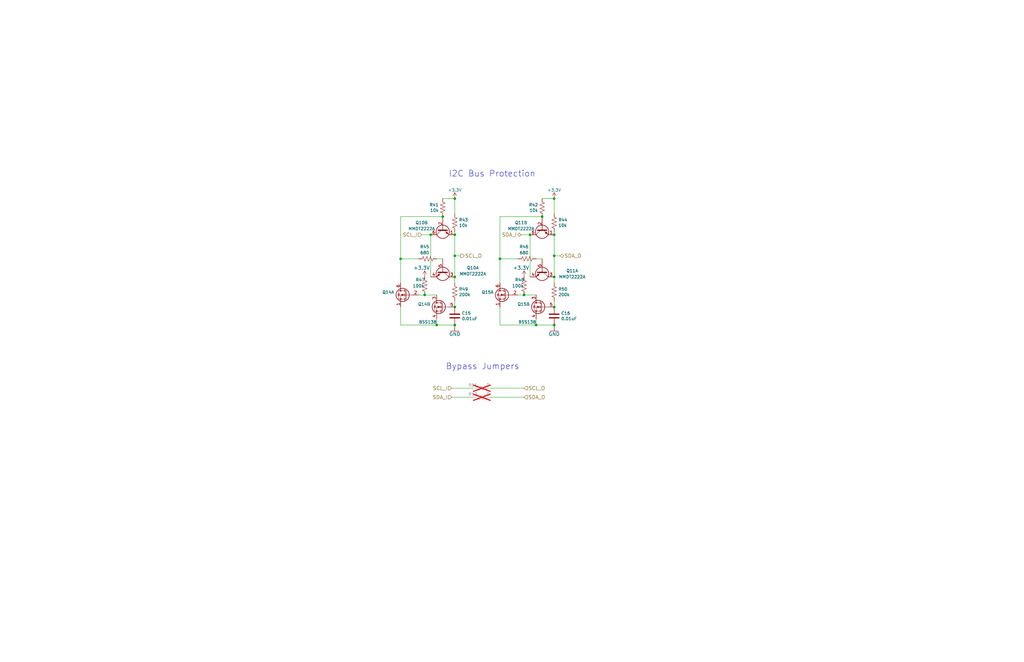
<source format=kicad_sch>
(kicad_sch (version 20230121) (generator eeschema)
  (paper "B")
  (title_block (title "Foras Promineo Payload Interface") (rev "B") (comment 1 "CH") (comment 2 "CH"))
  (lib_symbols
    (symbol "Device:C" (pin_numbers hide) (pin_names (offset 0.254))
      (property "Reference" "C" (at 0.635 2.54 0))
      (property "Value" "C" (at 0.635 -2.54 0))
      (symbol "C_0_1"
        (polyline (pts (xy -2.032 -0.762) (xy 2.032 -0.762)) (stroke (width 0.508)))
        (polyline (pts (xy -2.032 0.762) (xy 2.032 0.762)) (stroke (width 0.508)))
      )
      (symbol "C_1_1"
        (pin passive line (at 0 3.81 270) (length 2.794) (name "~") (number "1"))
        (pin passive line (at 0 -3.81 90) (length 2.794) (name "~") (number "2"))
      )
    )
    (symbol "Device:R_US" (pin_numbers hide) (pin_names (offset 0))
      (property "Reference" "R" (at 2.54 0 90))
      (property "Value" "R_US" (at -2.54 0 90))
      (symbol "R_US_0_1"
        (polyline (pts (xy 0 -2.286) (xy 0 -2.54)))
        (polyline (pts (xy 0 2.286) (xy 0 2.54)))
        (polyline (pts (xy 0 -0.762) (xy 1.016 -1.143) (xy 0 -1.524) (xy -1.016 -1.905) (xy 0 -2.286)))
        (polyline (pts (xy 0 0.762) (xy 1.016 0.381) (xy 0 0) (xy -1.016 -0.381) (xy 0 -0.762)))
        (polyline (pts (xy 0 2.286) (xy 1.016 1.905) (xy 0 1.524) (xy -1.016 1.143) (xy 0 0.762)))
      )
      (symbol "R_US_1_1"
        (pin passive line (at 0 3.81 270) (length 1.27) (name "~") (number "1"))
        (pin passive line (at 0 -3.81 90) (length 1.27) (name "~") (number "2"))
      )
    )
    (symbol "SierraLobo:MMDT2222" (pin_names (offset 0) hide)
      (property "Reference" "Q" (at 5.08 1.905 0))
      (property "Value" "MMDT2222A" (at 5.08 0 0))
      (symbol "MMDT2222_0_1"
        (polyline (pts (xy 0.635 0.635) (xy 2.54 2.54)))
        (polyline (pts (xy 0.635 -0.635) (xy 2.54 -2.54) (xy 2.54 -2.54)))
        (polyline (pts (xy 0.635 1.905) (xy 0.635 -1.905) (xy 0.635 -1.905)) (stroke (width 0.508)))
        (polyline (pts (xy 1.27 -1.778) (xy 1.778 -1.27) (xy 2.286 -2.286) (xy 1.27 -1.778) (xy 1.27 -1.778)) (fill (type outline)))
        (circle (center 1.27 0) (radius 2.8194) (stroke (width 0.254)))
      )
      (symbol "MMDT2222_1_1"
        (pin passive line (at 2.54 5.08 270) (length 2.54) (name "C1") (number "3"))
        (pin passive line (at 2.54 -5.08 90) (length 2.54) (name "E1") (number "4"))
        (pin input line (at -5.08 0 0) (length 5.715) (name "B1") (number "5"))
      )
      (symbol "MMDT2222_2_1"
        (pin passive line (at 2.54 -5.08 90) (length 2.54) (name "E2") (number "1"))
        (pin input line (at -5.08 0 0) (length 5.715) (name "B2") (number "2"))
        (pin passive line (at 2.54 5.08 270) (length 2.54) (name "C2") (number "6"))
      )
    )
    (symbol "mainboard:BSS138DWQ-7" (pin_names (offset 0.762) hide)
      (property "Reference" "Q" (at -2.54 5.08 0))
      (property "Value" "BSS138DWQ-7" (at 3.81 6.35 0))
      (symbol "BSS138DWQ-7_1_1"
        (polyline (pts (xy -1.016 0) (xy -3.81 0)))
        (polyline (pts (xy -1.016 1.905) (xy -1.016 -1.905)) (stroke (width 0.254)))
        (polyline (pts (xy -0.508 -1.27) (xy -0.508 -2.286)) (stroke (width 0.254)))
        (polyline (pts (xy -0.508 0.508) (xy -0.508 -0.508)) (stroke (width 0.254)))
        (polyline (pts (xy -0.508 2.286) (xy -0.508 1.27)) (stroke (width 0.254)))
        (polyline (pts (xy 1.27 2.54) (xy 1.27 1.778)))
        (polyline (pts (xy 1.27 -2.54) (xy 1.27 0) (xy -0.508 0)))
        (polyline (pts (xy -0.508 -1.778) (xy 2.032 -1.778) (xy 2.032 1.778) (xy -0.508 1.778)))
        (polyline (pts (xy -0.254 0) (xy 0.762 0.381) (xy 0.762 -0.381) (xy -0.254 0)) (fill (type outline)))
        (polyline (pts (xy 1.524 0.508) (xy 1.651 0.381) (xy 2.413 0.381) (xy 2.54 0.254)))
        (polyline (pts (xy 2.032 0.381) (xy 1.651 -0.254) (xy 2.413 -0.254) (xy 2.032 0.381)))
        (circle (center 0.381 0) (radius 2.794) (stroke (width 0.254)))
        (circle (center 1.27 -1.778) (radius 0.254) (fill (type outline)))
        (circle (center 1.27 1.778) (radius 0.254) (fill (type outline)))
        (pin passive line (at 1.27 -5.08 90) (length 2.54) (name "S2") (number "1"))
        (pin input line (at -6.35 0 0) (length 2.54) (name "G2") (number "2"))
        (pin passive line (at 1.27 5.08 270) (length 2.54) (name "D1") (number "6"))
      )
      (symbol "BSS138DWQ-7_2_1"
        (polyline (pts (xy -1.016 0) (xy -3.81 0)))
        (polyline (pts (xy -1.016 1.905) (xy -1.016 -1.905)) (stroke (width 0.254)))
        (polyline (pts (xy -0.508 -1.27) (xy -0.508 -2.286)) (stroke (width 0.254)))
        (polyline (pts (xy -0.508 0.508) (xy -0.508 -0.508)) (stroke (width 0.254)))
        (polyline (pts (xy -0.508 2.286) (xy -0.508 1.27)) (stroke (width 0.254)))
        (polyline (pts (xy 1.27 2.54) (xy 1.27 1.778)))
        (polyline (pts (xy 1.27 -2.54) (xy 1.27 0) (xy -0.508 0)))
        (polyline (pts (xy -0.508 -1.778) (xy 2.032 -1.778) (xy 2.032 1.778) (xy -0.508 1.778)))
        (polyline (pts (xy -0.254 0) (xy 0.762 0.381) (xy 0.762 -0.381) (xy -0.254 0)) (fill (type outline)))
        (polyline (pts (xy 1.524 0.508) (xy 1.651 0.381) (xy 2.413 0.381) (xy 2.54 0.254)))
        (polyline (pts (xy 2.032 0.381) (xy 1.651 -0.254) (xy 2.413 -0.254) (xy 2.032 0.381)))
        (circle (center 0.381 0) (radius 2.794) (stroke (width 0.254)))
        (circle (center 1.27 -1.778) (radius 0.254) (fill (type outline)))
        (circle (center 1.27 1.778) (radius 0.254) (fill (type outline)))
        (pin passive line (at 1.27 5.08 270) (length 2.54) (name "D2") (number "3"))
        (pin passive line (at 1.27 -5.08 90) (length 2.54) (name "S1") (number "4"))
        (pin input line (at -6.35 0 0) (length 2.54) (name "G1") (number "5"))
      )
    )
    (symbol "mainboard:GND" (power) (pin_names (offset 1.016))
      (property "Value" "GND" (at -2.54 -2.54 0))
      (symbol "GND_1_0"
        (polyline (pts (xy -1.905 0) (xy 1.905 0)))
        (pin power_in line (at 0 2.54 270) (length 2.54) (name "GND") (number "1"))
      )
    )
    (symbol "power:+3.3V" (power) (pin_names (offset 0))
      (property "Value" "+3.3V" (at 0 3.556 0))
      (symbol "+3.3V_0_1"
        (polyline (pts (xy -0.762 1.27) (xy 0 2.54)))
        (polyline (pts (xy 0 0) (xy 0 2.54)))
        (polyline (pts (xy 0 2.54) (xy 0.762 1.27)))
      )
      (symbol "+3.3V_1_1"
        (pin power_in line (at 0 0 90) (length 0) hide (name "+3.3V") (number "1"))
      )
    )
  )
  (junction (at 181.61 99.06))
  (junction (at 233.68 137.16))
  (junction (at 179.07 124.46))
  (junction (at 191.77 129.54))
  (junction (at 210.82 109.22))
  (junction (at 191.77 83.82))
  (junction (at 233.68 99.06))
  (junction (at 233.68 107.95))
  (junction (at 228.6 91.44))
  (junction (at 233.68 129.54))
  (junction (at 168.91 109.22))
  (junction (at 186.69 91.44))
  (junction (at 191.77 107.95))
  (junction (at 184.15 137.16))
  (junction (at 233.68 83.82))
  (junction (at 223.52 99.06))
  (junction (at 226.06 137.16))
  (junction (at 191.77 116.84))
  (junction (at 233.68 116.84))
  (junction (at 191.77 137.16))
  (junction (at 191.77 99.06))
  (junction (at 220.98 124.46))
  (wire (pts (xy 207.01 163.83) (xy 220.98 163.83)))
  (wire (pts (xy 191.77 119.38) (xy 191.77 116.84)))
  (wire (pts (xy 184.15 137.16) (xy 191.77 137.16)))
  (wire (pts (xy 210.82 109.22) (xy 218.44 109.22)))
  (wire (pts (xy 220.98 124.46) (xy 218.44 124.46)))
  (wire (pts (xy 191.77 97.79) (xy 191.77 99.06)))
  (wire (pts (xy 210.82 91.44) (xy 228.6 91.44)))
  (wire (pts (xy 233.68 107.95) (xy 233.68 116.84)))
  (wire (pts (xy 210.82 109.22) (xy 210.82 91.44)))
  (wire (pts (xy 233.68 97.79) (xy 233.68 99.06)))
  (wire (pts (xy 210.82 119.38) (xy 210.82 109.22)))
  (wire (pts (xy 184.15 124.46) (xy 179.07 124.46)))
  (wire (pts (xy 223.52 99.06) (xy 223.52 116.84)))
  (wire (pts (xy 236.22 107.95) (xy 233.68 107.95)))
  (wire (pts (xy 168.91 109.22) (xy 176.53 109.22)))
  (wire (pts (xy 191.77 116.84) (xy 191.77 107.95)))
  (wire (pts (xy 210.82 137.16) (xy 226.06 137.16)))
  (wire (pts (xy 181.61 99.06) (xy 181.61 116.84)))
  (wire (pts (xy 168.91 137.16) (xy 184.15 137.16)))
  (wire (pts (xy 191.77 107.95) (xy 191.77 99.06)))
  (wire (pts (xy 219.71 99.06) (xy 223.52 99.06)))
  (wire (pts (xy 194.31 107.95) (xy 191.77 107.95)))
  (wire (pts (xy 179.07 124.46) (xy 176.53 124.46)))
  (wire (pts (xy 228.6 109.22) (xy 226.06 109.22)))
  (wire (pts (xy 233.68 83.82) (xy 233.68 90.17)))
  (wire (pts (xy 168.91 91.44) (xy 186.69 91.44)))
  (wire (pts (xy 190.5 163.83) (xy 199.39 163.83)))
  (wire (pts (xy 168.91 109.22) (xy 168.91 91.44)))
  (wire (pts (xy 191.77 127) (xy 191.77 129.54)))
  (wire (pts (xy 168.91 119.38) (xy 168.91 109.22)))
  (wire (pts (xy 207.01 167.64) (xy 220.98 167.64)))
  (wire (pts (xy 168.91 129.54) (xy 168.91 137.16)))
  (wire (pts (xy 226.06 137.16) (xy 233.68 137.16)))
  (wire (pts (xy 186.69 109.22) (xy 184.15 109.22)))
  (wire (pts (xy 191.77 83.82) (xy 186.69 83.82)))
  (wire (pts (xy 233.68 83.82) (xy 228.6 83.82)))
  (wire (pts (xy 226.06 124.46) (xy 220.98 124.46)))
  (wire (pts (xy 210.82 129.54) (xy 210.82 137.16)))
  (wire (pts (xy 233.68 116.84) (xy 233.68 119.38)))
  (wire (pts (xy 233.68 127) (xy 233.68 129.54)))
  (wire (pts (xy 233.68 99.06) (xy 233.68 107.95)))
  (wire (pts (xy 191.77 90.17) (xy 191.77 83.82)))
  (wire (pts (xy 177.8 99.06) (xy 181.61 99.06)))
  (wire (pts (xy 190.5 167.64) (xy 199.39 167.64)))
  (wire (pts (xy 226.06 134.62) (xy 226.06 137.16)))
  (wire (pts (xy 184.15 134.62) (xy 184.15 137.16)))
  (text "Bypass Jumpers" (at 187.96 156.21 0) (effects (font (size 2.54 2.54)) (justify left bottom)))
  (text "I2C Bus Protection" (at 189.23 74.93 0) (effects (font (size 2.54 2.54)) (justify left bottom)))
  (hierarchical_label "SCL_I" (shape input) (at 177.8 99.06 180) (effects (font (size 1.524 1.524))))
  (hierarchical_label "SDA_O" (shape bidirectional) (at 236.22 107.95 0) (effects (font (size 1.524 1.524))))
  (hierarchical_label "SDA_I" (shape input) (at 190.5 167.64 180) (effects (font (size 1.524 1.524))))
  (hierarchical_label "SDA_O" (shape input) (at 220.98 167.64 0) (effects (font (size 1.524 1.524))))
  (hierarchical_label "SCL_O" (shape output) (at 194.31 107.95 0) (effects (font (size 1.524 1.524))))
  (hierarchical_label "SCL_O" (shape input) (at 220.98 163.83 0) (effects (font (size 1.524 1.524))))
  (hierarchical_label "SCL_I" (shape input) (at 190.5 163.83 180) (effects (font (size 1.524 1.524))))
  (hierarchical_label "SDA_I" (shape bidirectional) (at 219.71 99.06 180) (effects (font (size 1.524 1.524))))
  (symbol (lib_id "Device:R_US") (at 233.68 93.98 0) (unit 1)
    (property "Reference" "R44" (at 235.4072 92.8116 0) (effects (justify left)))
    (property "Value" "10k" (at 235.4072 95.123 0) (effects (justify left)))
    (property "Footprint" "Resistor_SMD:R_0603_1608Metric" (effects hide))
    (property "Datasheet" "https://www.seielect.com/Catalog/SEI-RMCF_RMCP.pdf" (effects hide))
    (property "Description" "RES 10K OHM 1% 1/10W 0603" (effects hide))
    (property "Manufacturer" "Stackpole Electronics Inc" (effects hide))
    (property "Mfr. Part No" "RMCF0603FT10K0" (effects hide))
  )
  (symbol (lib_id "mainboard:BSS138DWQ-7") (at 227.33 129.54 0) (mirror y) (unit 2)
    (property "Reference" "Q15" (at 223.393 128.3716 0) (effects (justify left)))
    (property "Value" "BSS138" (effects hide))
    (property "Footprint" "Package_TO_SOT_SMD:SOT-363_SC-70-6" (effects hide))
    (property "Datasheet" "https://www.diodes.com/assets/Datasheets/BSS138DWQ.pdf" (effects hide))
    (property "Description" "MOSFET 2NCH 50V 200MA SOT363" (effects hide))
    (property "Manufacturer" "Diodes Incorporated" (effects hide))
    (property "Mfr. Part No" "BSS138DWQ-7" (effects hide))
  )
  (symbol (lib_id "SierraLobo:MMDT2222") (at 228.6 114.3 270) (unit 1)
    (property "Reference" "Q11" (at 241.3 114.3 90))
    (property "Value" "MMDT2222A" (at 241.3 116.84 90))
    (property "Footprint" "Package_TO_SOT_SMD:SOT-363_SC-70-6" (effects hide))
    (property "Datasheet" "https://www.diodes.com/assets/Datasheets/ds30125.pdf" (effects hide))
    (property "Manufacturer" "Diodes Incorporated" (effects hide))
    (property "Mfr. Part No" "MMDT2222A-7-F" (effects hide))
    (property "Description" "TRANS 2NPN 40V 0.6A SOT363" (effects hide))
  )
  (symbol (lib_id "Device:C") (at 191.77 133.35 0) (unit 1)
    (property "Reference" "C15" (at 194.691 132.1816 0) (effects (justify left)))
    (property "Value" "0.01uF" (at 194.691 134.493 0) (effects (justify left)))
    (property "Footprint" "Capacitor_SMD:C_0603_1608Metric" (effects hide))
    (property "Datasheet" "https://product.tdk.com/en/system/files?file=dam/doc/product/capacitor/ceramic/mlcc/catalog/mlcc_automotive_soft_en.pdf" (effects hide))
    (property "Description" "CAP CER 10000PF 50V X7R 0603" (effects hide))
    (property "Manufacturer" "TDK Corporation" (effects hide))
    (property "Mfr. Part No" "CGA3E2X7R1H103K080AE" (effects hide))
  )
  (symbol (lib_id "SierraLobo:MMDT2222") (at 228.6 96.52 90) (mirror x) (unit 2)
    (property "Reference" "Q11" (at 219.71 93.98 90))
    (property "Value" "MMDT2222A" (at 219.71 96.52 90))
    (property "Footprint" "Package_TO_SOT_SMD:SOT-363_SC-70-6" (effects hide))
    (property "Datasheet" "https://www.diodes.com/assets/Datasheets/ds30125.pdf" (effects hide))
    (property "Manufacturer" "Diodes Incorporated" (effects hide))
    (property "Mfr. Part No" "MMDT2222A-7-F" (effects hide))
    (property "Description" "TRANS 2NPN 40V 0.6A SOT363" (effects hide))
  )
  (symbol (lib_id "SierraLobo:MMDT2222") (at 186.69 114.3 270) (unit 1)
    (property "Reference" "Q10" (at 199.39 113.03 90))
    (property "Value" "MMDT2222A" (at 199.39 115.57 90))
    (property "Footprint" "Package_TO_SOT_SMD:SOT-363_SC-70-6" (effects hide))
    (property "Datasheet" "https://www.diodes.com/assets/Datasheets/ds30125.pdf" (effects hide))
    (property "Manufacturer" "Diodes Incorporated" (effects hide))
    (property "Mfr. Part No" "MMDT2222A-7-F" (effects hide))
    (property "Description" "TRANS 2NPN 40V 0.6A SOT363" (effects hide))
  )
  (symbol (lib_id "Device:R_US") (at 180.34 109.22 270) (unit 1)
    (property "Reference" "R45" (at 179.07 104.14 90))
    (property "Value" "680" (at 179.07 106.68 90))
    (property "Footprint" "Resistor_SMD:R_0603_1608Metric" (effects hide))
    (property "Datasheet" "https://www.seielect.com/Catalog/SEI-RMCF_RMCP.pdf" (effects hide))
    (property "Description" "RES 680 OHM 1% 1/10W 0603" (effects hide))
    (property "Manufacturer" "Stackpole Electronics Inc" (effects hide))
    (property "Mfr. Part No" "RMCF0603FT680R" (effects hide))
  )
  (symbol (lib_id "Device:R_US") (at 191.77 93.98 0) (unit 1)
    (property "Reference" "R43" (at 193.4972 92.8116 0) (effects (justify left)))
    (property "Value" "10k" (at 193.4972 95.123 0) (effects (justify left)))
    (property "Footprint" "Resistor_SMD:R_0603_1608Metric" (effects hide))
    (property "Datasheet" "https://www.seielect.com/Catalog/SEI-RMCF_RMCP.pdf" (effects hide))
    (property "Description" "RES 10K OHM 1% 1/10W 0603" (effects hide))
    (property "Manufacturer" "Stackpole Electronics Inc" (effects hide))
    (property "Mfr. Part No" "RMCF0603FT10K0" (effects hide))
  )
  (symbol (lib_id "Device:R_US") (at 191.77 123.19 0) (unit 1)
    (property "Reference" "R49" (at 193.4972 122.0216 0) (effects (justify left)))
    (property "Value" "200k" (at 193.4972 124.333 0) (effects (justify left)))
    (property "Footprint" "Resistor_SMD:R_0603_1608Metric" (effects hide))
    (property "Datasheet" "https://www.seielect.com/Catalog/SEI-RMCF_RMCP.pdf" (effects hide))
    (property "Description" "RES 200K OHM 1% 1/10W 0603" (effects hide))
    (property "Manufacturer" "Stackpole Electronics Inc" (effects hide))
    (property "Mfr. Part No" "RMCF0603FT200K" (effects hide))
  )
  (symbol (lib_id "Device:R_US") (at 186.69 87.63 0) (unit 1)
    (property "Reference" "R41" (at 184.9882 86.4616 0) (effects (justify right)))
    (property "Value" "10k" (at 184.9882 88.773 0) (effects (justify right)))
    (property "Footprint" "Resistor_SMD:R_0603_1608Metric" (effects hide))
    (property "Datasheet" "https://www.seielect.com/Catalog/SEI-RMCF_RMCP.pdf" (effects hide))
    (property "Description" "RES 10K OHM 1% 1/10W 0603" (effects hide))
    (property "Manufacturer" "Stackpole Electronics Inc" (effects hide))
    (property "Mfr. Part No" "RMCF0603FT10K0" (effects hide))
  )
  (symbol (lib_id "mainboard:BSS138DWQ-7") (at 185.42 129.54 0) (mirror y) (unit 2)
    (property "Reference" "Q14" (at 181.483 128.3716 0) (effects (justify left)))
    (property "Value" "BSS138" (effects hide))
    (property "Footprint" "Package_TO_SOT_SMD:SOT-363_SC-70-6" (effects hide))
    (property "Datasheet" "https://www.diodes.com/assets/Datasheets/BSS138DWQ.pdf" (effects hide))
    (property "Description" "MOSFET 2NCH 50V 200MA SOT363" (effects hide))
    (property "Manufacturer" "Diodes Incorporated" (effects hide))
    (property "Mfr. Part No" "BSS138DWQ-7" (effects hide))
  )
  (symbol (lib_id "mainboard:BSS138DWQ-7") (at 170.18 124.46 0) (mirror y) (unit 1)
    (property "Reference" "Q14" (at 166.243 123.2916 0) (effects (justify left)))
    (property "Value" "BSS138" (at 184.15 135.89 0) (effects (justify left)))
    (property "Footprint" "Package_TO_SOT_SMD:SOT-363_SC-70-6" (effects hide))
    (property "Datasheet" "https://www.diodes.com/assets/Datasheets/BSS138DWQ.pdf" (effects hide))
    (property "Description" "MOSFET 2NCH 50V 200MA SOT363" (effects hide))
    (property "Manufacturer" "Diodes Incorporated" (effects hide))
    (property "Mfr. Part No" "BSS138DWQ-7" (effects hide))
  )
  (symbol (lib_id "mainboard:BSS138DWQ-7") (at 212.09 124.46 0) (mirror y) (unit 1)
    (property "Reference" "Q15" (at 208.153 123.2916 0) (effects (justify left)))
    (property "Value" "BSS138" (at 226.06 135.89 0) (effects (justify left)))
    (property "Footprint" "Package_TO_SOT_SMD:SOT-363_SC-70-6" (effects hide))
    (property "Datasheet" "https://www.diodes.com/assets/Datasheets/BSS138DWQ.pdf" (effects hide))
    (property "Description" "MOSFET 2NCH 50V 200MA SOT363" (effects hide))
    (property "Manufacturer" "Diodes Incorporated" (effects hide))
    (property "Mfr. Part No" "BSS138DWQ-7" (effects hide))
  )
  (symbol (lib_id "Device:R_US") (at 228.6 87.63 0) (unit 1)
    (property "Reference" "R42" (at 226.8982 86.4616 0) (effects (justify right)))
    (property "Value" "10k" (at 226.8982 88.773 0) (effects (justify right)))
    (property "Footprint" "Resistor_SMD:R_0603_1608Metric" (effects hide))
    (property "Datasheet" "https://www.seielect.com/Catalog/SEI-RMCF_RMCP.pdf" (effects hide))
    (property "Description" "RES 10K OHM 1% 1/10W 0603" (effects hide))
    (property "Manufacturer" "Stackpole Electronics Inc" (effects hide))
    (property "Mfr. Part No" "RMCF0603FT10K0" (effects hide))
  )
  (symbol (lib_id "Device:R_US") (at 179.07 120.65 0) (unit 1)
    (property "Reference" "R47" (at 175.26 118.11 0) (effects (justify left)))
    (property "Value" "100k" (at 173.99 120.65 0) (effects (justify left)))
    (property "Footprint" "Resistor_SMD:R_0603_1608Metric" (effects hide))
    (property "Datasheet" "https://www.seielect.com/Catalog/SEI-RMCF_RMCP.pdf" (effects hide))
    (property "Description" "RES 100K OHM 1% 1/10W 0603" (effects hide))
    (property "Manufacturer" "Stackpole Electronics Inc" (effects hide))
    (property "Mfr. Part No" "RMCF0603FT100K" (effects hide))
  )
  (symbol (lib_id "Device:C") (at 233.68 133.35 0) (unit 1)
    (property "Reference" "C16" (at 236.601 132.1816 0) (effects (justify left)))
    (property "Value" "0.01uF" (at 236.601 134.493 0) (effects (justify left)))
    (property "Footprint" "Capacitor_SMD:C_0603_1608Metric" (effects hide))
    (property "Datasheet" "https://product.tdk.com/en/system/files?file=dam/doc/product/capacitor/ceramic/mlcc/catalog/mlcc_automotive_soft_en.pdf" (effects hide))
    (property "Description" "CAP CER 10000PF 50V X7R 0603" (effects hide))
    (property "Manufacturer" "TDK Corporation" (effects hide))
    (property "Mfr. Part No" "CGA3E2X7R1H103K080AE" (effects hide))
  )
  (symbol (lib_id "power:+3.3V") (at 220.98 116.84 0) (unit 1)
    (property "Reference" "#P+02" (effects hide))
    (property "Value" "3.3V" (at 219.71 113.03 0) (effects (font (size 1.4986 1.4986))))
  )
  (symbol (lib_id "mainboard:GND") (at 233.68 139.7 0) (unit 1)
    (property "Reference" "#GND02" (effects hide))
    (property "Value" "GND" (at 233.68 140.97 0) (effects (font (size 1.4986 1.4986))))
  )
  (symbol (lib_id "Device:R_US") (at 203.2 163.83 270) (unit 1) (dnp yes)
    (property "Reference" "R51" (at 199.39 162.56 90))
    (property "Value" "0" (at 205.74 162.56 90))
    (property "Footprint" "Resistor_SMD:R_0603_1608Metric" (effects hide))
    (property "Datasheet" "https://www.seielect.com/Catalog/SEI-RMCF_RMCP.pdf" (effects hide))
    (property "Manufacturer" "Stackpole Electronics Inc" (effects hide))
    (property "Description" "RES 0 OHM JUMPER 1/10W 0603" (effects hide))
    (property "Mfr. Part No" "RMCF0603ZT0R00" (effects hide))
  )
  (symbol (lib_id "SierraLobo:MMDT2222") (at 186.69 96.52 90) (mirror x) (unit 2)
    (property "Reference" "Q10" (at 177.8 93.98 90))
    (property "Value" "MMDT2222A" (at 177.8 96.52 90))
    (property "Footprint" "Package_TO_SOT_SMD:SOT-363_SC-70-6" (effects hide))
    (property "Datasheet" "https://www.diodes.com/assets/Datasheets/ds30125.pdf" (effects hide))
    (property "Manufacturer" "Diodes Incorporated" (effects hide))
    (property "Mfr. Part No" "MMDT2222A-7-F" (effects hide))
    (property "Description" "TRANS 2NPN 40V 0.6A SOT363" (effects hide))
  )
  (symbol (lib_id "Device:R_US") (at 203.2 167.64 270) (unit 1) (dnp yes)
    (property "Reference" "R52" (at 199.39 166.37 90))
    (property "Value" "0" (at 205.74 166.37 90))
    (property "Footprint" "Resistor_SMD:R_0603_1608Metric" (effects hide))
    (property "Datasheet" "https://www.seielect.com/Catalog/SEI-RMCF_RMCP.pdf" (effects hide))
    (property "Manufacturer" "Stackpole Electronics Inc" (effects hide))
    (property "Description" "RES 0 OHM JUMPER 1/10W 0603" (effects hide))
    (property "Mfr. Part No" "RMCF0603ZT0R00" (effects hide))
  )
  (symbol (lib_id "Device:R_US") (at 220.98 120.65 0) (unit 1)
    (property "Reference" "R48" (at 217.17 118.11 0) (effects (justify left)))
    (property "Value" "100k" (at 215.9 120.65 0) (effects (justify left)))
    (property "Footprint" "Resistor_SMD:R_0603_1608Metric" (effects hide))
    (property "Datasheet" "https://www.seielect.com/Catalog/SEI-RMCF_RMCP.pdf" (effects hide))
    (property "Description" "RES 100K OHM 1% 1/10W 0603" (effects hide))
    (property "Manufacturer" "Stackpole Electronics Inc" (effects hide))
    (property "Mfr. Part No" "RMCF0603FT100K" (effects hide))
  )
  (symbol (lib_id "Device:R_US") (at 222.25 109.22 270) (unit 1)
    (property "Reference" "R46" (at 220.98 104.14 90))
    (property "Value" "680" (at 220.98 106.68 90))
    (property "Footprint" "Resistor_SMD:R_0603_1608Metric" (effects hide))
    (property "Datasheet" "https://www.seielect.com/Catalog/SEI-RMCF_RMCP.pdf" (effects hide))
    (property "Description" "RES 680 OHM 1% 1/10W 0603" (effects hide))
    (property "Manufacturer" "Stackpole Electronics Inc" (effects hide))
    (property "Mfr. Part No" "RMCF0603FT680R" (effects hide))
  )
  (symbol (lib_id "power:+3.3V") (at 233.68 83.82 0) (unit 1)
    (property "Reference" "#PWR08" (effects hide))
    (property "Value" "+3.3V" (at 233.68 80.2155 0))
    (instances (project "payload-interface-board" (path "" (reference "#PWR08") (unit 1)) (path "" (reference "#PWR056") (unit 1))))
  )
  (symbol (lib_id "power:+3.3V") (at 179.07 116.84 0) (unit 1)
    (property "Reference" "#P+01" (effects hide))
    (property "Value" "3.3V" (at 177.8 113.03 0) (effects (font (size 1.4986 1.4986))))
  )
  (symbol (lib_id "mainboard:GND") (at 191.77 139.7 0) (unit 1)
    (property "Reference" "#GND01" (effects hide))
    (property "Value" "GND" (at 191.77 140.97 0) (effects (font (size 1.4986 1.4986))))
  )
  (symbol (lib_id "Device:R_US") (at 233.68 123.19 0) (unit 1)
    (property "Reference" "R50" (at 235.4072 122.0216 0) (effects (justify left)))
    (property "Value" "200k" (at 235.4072 124.333 0) (effects (justify left)))
    (property "Footprint" "Resistor_SMD:R_0603_1608Metric" (effects hide))
    (property "Datasheet" "https://www.seielect.com/Catalog/SEI-RMCF_RMCP.pdf" (effects hide))
    (property "Description" "RES 200K OHM 1% 1/10W 0603" (effects hide))
    (property "Manufacturer" "Stackpole Electronics Inc" (effects hide))
    (property "Mfr. Part No" "RMCF0603FT200K" (effects hide))
  )
  (symbol (lib_id "power:+3.3V") (at 191.77 83.82 0) (unit 1)
    (property "Reference" "#PWR08" (effects hide))
    (property "Value" "+3.3V" (at 191.77 80.2155 0))
    (instances (project "payload-interface-board" (path "" (reference "#PWR08") (unit 1)) (path "" (reference "#PWR055") (unit 1))))
  )
)
</source>
